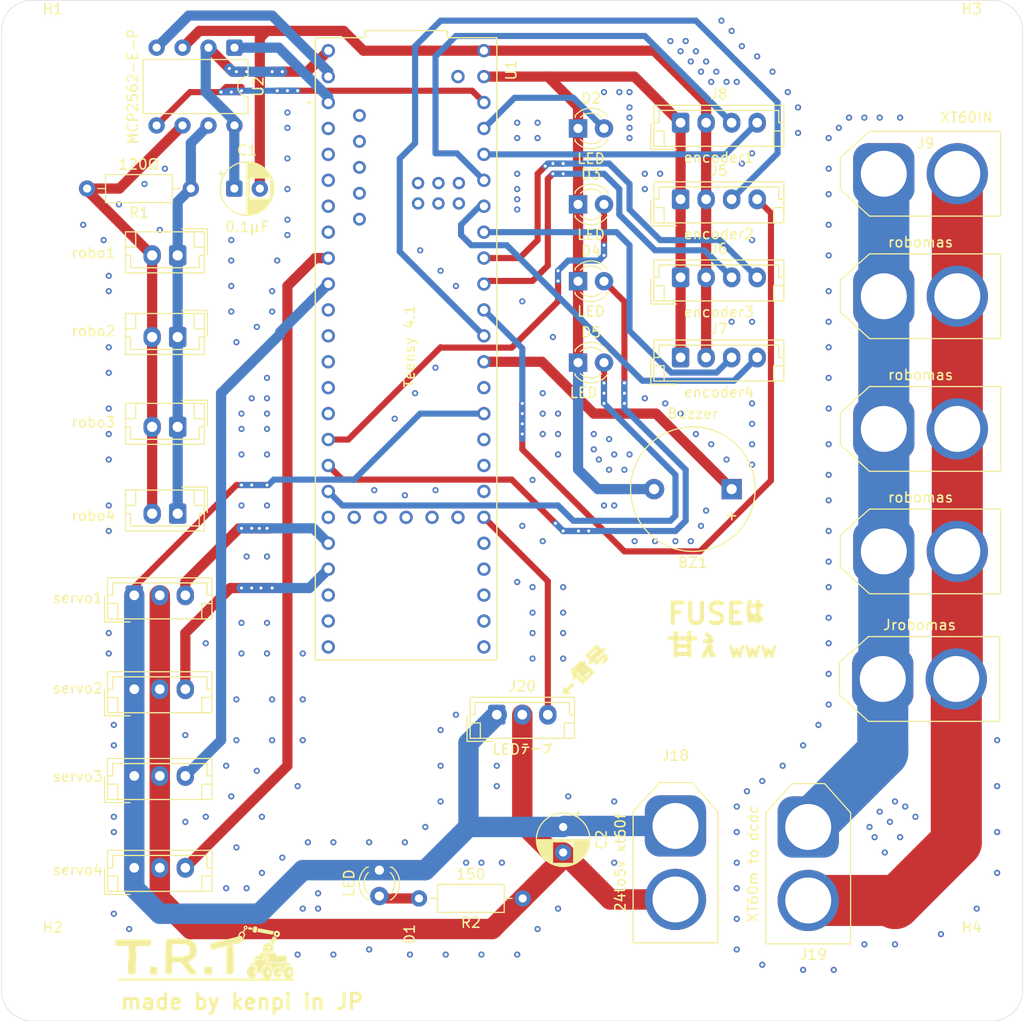
<source format=kicad_pcb>
(kicad_pcb (version 20241229) (generator "pcbnew") (generator_version "9.0")
  (layers (0 "F.Cu" signal) (2 "B.Cu" signal) (13 "F.Paste" user) (15 "B.Paste" user) (5 "F.SilkS" user "F.Silkscreen") (7 "B.SilkS" user "B.Silkscreen") (1 "F.Mask" user) (3 "B.Mask" user) (25 "Edge.Cuts" user))
  (net 0 "")
  (net 1 "-5V")
  (net 2 "Net-(BZ1-+)")
  (net 3 "Net-(J5-Pin_2)")
  (net 4 "+5V")
  (net 5 "Net-(D1-A)")
  (net 6 "Net-(D2-A)")
  (net 7 "Net-(D3-A)")
  (net 8 "Net-(D4-A)")
  (net 9 "Net-(D5-A)")
  (net 10 "Net-(J1-Pin_2)")
  (net 11 "Net-(J1-Pin_1)")
  (net 12 "Net-(J5-Pin_3)")
  (net 13 "Net-(J5-Pin_4)")
  (net 14 "Net-(J6-Pin_3)")
  (net 15 "Net-(J6-Pin_4)")
  (net 16 "Net-(J7-Pin_4)")
  (net 17 "Net-(J7-Pin_3)")
  (net 18 "Net-(J8-Pin_3)")
  (net 19 "Net-(J8-Pin_4)")
  (net 20 "+24V")
  (net 21 "Net-(J14-Pin_3)")
  (net 22 "Net-(J15-Pin_3)")
  (net 23 "Net-(J16-Pin_3)")
  (net 24 "Net-(J17-Pin_3)")
  (net 30 "3.3V")
  (net 33 "Net-(U1-TX1)")
  (net 55 "USB_GND")
  (net 58 "Net-(U1-RX1)")
  (net 61 "Net-(J10-Pin_1)")
  (net 63 "Net-(J20-Pin_3)")
  (footprint "Connector_JST:JST_EH_B2B-EH-A_1x02_P2.50mm_Vertical" (layer "F.Cu") (at 137.25 83 180)
    (property "Reference" "robo2")
    (property "Value" "Conn_01x02_Pin")
  )
  (footprint "Capacitor_THT:CP_Radial_D5.0mm_P2.50mm" (layer "F.Cu") (at 142.794888 68.45)
    (property "Reference" "C1")
    (property "Value" "0.1μF")
  )
  (footprint "LED_THT:LED_D3.0mm" (layer "F.Cu") (at 176.46 85.5)
    (property "Reference" "D5")
    (property "Value" "LED")
  )
  (footprint "Connector_AMASS:AMASS_XT60-M_1x02_P7.20mm_Vertical" (layer "F.Cu") (at 206.4 92)
    (property "Reference" "robomas")
    (property "Value" "XT30")
  )
  (footprint "Connector_JST:JST_EH_B3B-EH-A_1x03_P2.50mm_Vertical" (layer "F.Cu") (at 133 117.5)
    (property "Reference" "servo2")
    (property "Value" "XA")
  )
  (footprint "robomas_kibanyou:t.r.t_logo" (layer "F.Cu") (at 140 143.5)
    (property "Reference" "G***" (hide yes))
    (property "Value" "LOGO" (hide yes))
  )
  (footprint "Capacitor_THT:CP_Radial_D5.0mm_P2.50mm" (layer "F.Cu") (at 175 131 -90)
    (property "Reference" "C2")
    (property "Value" "C")
  )
  (footprint "Connector_JST:JST_EH_B3B-EH-A_1x03_P2.50mm_Vertical" (layer "F.Cu") (at 168.5 120)
    (property "Reference" "J20")
    (property "Value" "LEDテープ")
  )
  (footprint "Connector_JST:JST_EH_B2B-EH-A_1x02_P2.50mm_Vertical" (layer "F.Cu") (at 137.25 100.3 180)
    (property "Reference" "robo4")
    (property "Value" "Conn_01x02_Pin")
  )
  (footprint "Connector_AMASS:AMASS_XT60-F_1x02_P7.20mm_Vertical" (layer "F.Cu") (at 186 130.9 -90)
    (property "Reference" "J18")
    (property "Value" "24to5v xt60f")
  )
  (footprint "LED_THT:LED_D3.0mm" (layer "F.Cu") (at 176.46 70)
    (property "Reference" "D3")
    (property "Value" "LED")
  )
  (footprint "Connector_AMASS:AMASS_XT60-F_1x02_P7.20mm_Vertical" (layer "F.Cu") (at 206.4 67)
    (property "Reference" "J9")
    (property "Value" "XT60IN")
  )
  (footprint "LED_THT:LED_D3.0mm" (layer "F.Cu") (at 176.46 62.56)
    (property "Reference" "D2")
    (property "Value" "LED")
  )
  (footprint "LED_THT:LED_D3.0mm" (layer "F.Cu") (at 157 135.23 -90)
    (property "Reference" "D1")
    (property "Value" "LED")
  )
  (footprint "Connector_AMASS:AMASS_XT60-M_1x02_P7.20mm_Vertical" (layer "F.Cu") (at 206.4 104)
    (property "Reference" "robomas")
    (property "Value" "XT30")
  )
  (footprint "Resistor_THT:R_Axial_DIN0207_L6.3mm_D2.5mm_P10.16mm_Horizontal" (layer "F.Cu") (at 171.04 138 180)
    (property "Reference" "R2")
    (property "Value" "150")
  )
  (footprint "Connector_JST:JST_EH_B4B-EH-A_1x04_P2.50mm_Vertical" (layer "F.Cu") (at 186.5 62)
    (property "Reference" "J8")
    (property "Value" "encoder1")
  )
  (footprint "MountingHole:MountingHole_3.2mm_M3" (layer "F.Cu") (at 215 55)
    (property "Reference" "H3")
    (property "Value" "MountingHole")
  )
  (footprint "Connector_JST:JST_EH_B3B-EH-A_1x03_P2.50mm_Vertical" (layer "F.Cu") (at 133 135)
    (property "Reference" "servo4")
    (property "Value" "XA")
  )
  (footprint "Connector_AMASS:AMASS_XT60-M_1x02_P7.20mm_Vertical" (layer "F.Cu") (at 206.3 116.5)
    (property "Reference" "Jrobomas")
    (property "Value" "XT30")
  )
  (footprint "MountingHole:MountingHole_3.2mm_M3" (layer "F.Cu") (at 125 55)
    (property "Reference" "H1")
    (property "Value" "MountingHole")
  )
  (footprint "Connector_JST:JST_EH_B3B-EH-A_1x03_P2.50mm_Vertical" (layer "F.Cu") (at 133 108.3)
    (property "Reference" "servo1")
    (property "Value" "XA")
  )
  (footprint "Connector_JST:JST_EH_B2B-EH-A_1x02_P2.50mm_Vertical" (layer "F.Cu") (at 137.25 75 180)
    (property "Reference" "robo1")
    (property "Value" "Conn_01x02_Pin")
  )
  (footprint "MountingHole:MountingHole_3.2mm_M3" (layer "F.Cu") (at 125 145)
    (property "Reference" "H2")
    (property "Value" "MountingHole")
  )
  (footprint "Connector_JST:JST_EH_B4B-EH-A_1x04_P2.50mm_Vertical" (layer "F.Cu") (at 186.5 85)
    (property "Reference" "J7")
    (property "Value" "encoder4")
  )
  (footprint "MountingHole:MountingHole_3.2mm_M3" (layer "F.Cu") (at 215 145)
    (property "Reference" "H4")
    (property "Value" "MountingHole")
  )
  (footprint "Connector_AMASS:AMASS_XT60-M_1x02_P7.20mm_Vertical" (layer "F.Cu") (at 206.4 79)
    (property "Reference" "robomas")
    (property "Value" "XT30")
  )
  (footprint "Buzzer_Beeper:Buzzer_12x9.5RM7.6" (layer "F.Cu") (at 191.5 97.9 180)
    (property "Reference" "BZ1")
    (property "Value" "Buzzer")
  )
  (footprint "robomas_kibanyou:MODULE_DEV-16771" (layer "F.Cu") (at 159.62 84.15 -90)
    (property "Reference" "U1")
    (property "Value" "DEV-16771")
  )
  (footprint "Package_DIP:DIP-8_W7.62mm" (layer "F.Cu") (at 142.81 54.645 -90)
    (property "Reference" "U2")
    (property "Value" "MCP2562-E-P")
  )
  (footprint "Connector_JST:JST_EH_B4B-EH-A_1x04_P2.50mm_Vertical" (layer "F.Cu") (at 186.5 77.15)
    (property "Reference" "J6")
    (property "Value" "encoder3")
  )
  (footprint "Connector_JST:JST_EH_B2B-EH-A_1x02_P2.50mm_Vertical" (layer "F.Cu") (at 137.25 91.8 180)
    (property "Reference" "robo3")
    (property "Value" "Conn_01x02_Pin")
  )
  (footprint "LED_THT:LED_D3.0mm" (layer "F.Cu") (at 176.46 77.53)
    (property "Reference" "D4")
    (property "Value" "LED")
  )
  (footprint "Connector_JST:JST_EH_B4B-EH-A_1x04_P2.50mm_Vertical" (layer "F.Cu") (at 186.5 69.5)
    (property "Reference" "J5")
    (property "Value" "encoder2")
  )
  (footprint "Resistor_THT:R_Axial_DIN0207_L6.3mm_D2.5mm_P10.16mm_Horizontal" (layer "F.Cu") (at 138.54 68.45 180)
    (property "Reference" "R1")
    (property "Value" "120Ω")
  )
  (footprint "Connector_AMASS:AMASS_XT60-M_1x02_P7.20mm_Vertical" (layer "F.Cu") (at 199 131 -90)
    (property "Reference" "J19")
    (property "Value" "XT60m to dcdc")
  )
  (footprint "Connector_JST:JST_EH_B3B-EH-A_1x03_P2.50mm_Vertical" (layer "F.Cu") (at 133 126)
    (property "Reference" "servo3")
    (property "Value" "XA")
  )
  (gr_line (start 120 147) (end 120 53) (stroke (width 0.05)) (layer "Edge.Cuts"))
  (gr_arc (start 120 53) (mid 120.87868 50.87868) (end 123 50) (stroke (width 0.05)) (layer "Edge.Cuts"))
  (gr_arc (start 220 147) (mid 219.12132 149.12132) (end 217 150) (stroke (width 0.05)) (layer "Edge.Cuts"))
  (gr_arc (start 123 150) (mid 120.87868 149.12132) (end 120 147) (stroke (width 0.05)) (layer "Edge.Cuts"))
  (gr_arc (start 217 50) (mid 219.12132 50.87868) (end 220 53) (stroke (width 0.05)) (layer "Edge.Cuts"))
  (gr_line (start 217 150) (end 123 150) (stroke (width 0.05)) (layer "Edge.Cuts"))
  (gr_line (start 220 53) (end 220 147) (stroke (width 0.05)) (layer "Edge.Cuts"))
  (gr_line (start 123 50) (end 217 50) (stroke (width 0.05)) (layer "Edge.Cuts"))
  (gr_text "made by kenpi in JP" (at 131.5 149 0) (layer "F.SilkS") (effects (font (size 1.5 1.5) (thickness 0.3) (bold yes)) (justify left bottom)))
  (gr_text "\n←信号\n\n" (at 177 120.5 45) (layer "F.SilkS") (effects (font (size 1.5 1.5) (thickness 0.3) (bold yes)) (justify left bottom)))
  (gr_text "FUSEは\n甘え\n" (at 185 114.5 0) (layer "F.SilkS") (effects (font (size 2 2) (thickness 0.4) (bold yes)) (justify left bottom)))
  (gr_text "www\n" (at 191 114.5 0) (layer "F.SilkS") (effects (font (size 1.5 1.5) (thickness 0.3) (bold yes)) (justify left bottom)))
  (via (at 172 112) (size 0.6) (drill 0.3) (layers "F.Cu" "B.Cu") (net 0))
  (via (at 146 104.5) (size 0.6) (drill 0.3) (layers "F.Cu" "B.Cu") (net 0))
  (via (at 149.5 139) (size 0.6) (drill 0.3) (layers "F.Cu" "B.Cu") (net 0))
  (via (at 193 127.5) (size 0.6) (drill 0.3) (layers "F.Cu" "B.Cu") (net 0))
  (via (at 201 78.5) (size 0.6) (drill 0.3) (layers "F.Cu" "B.Cu") (net 0))
  (via (at 146.5 118.5) (size 0.6) (drill 0.3) (layers "F.Cu" "B.Cu") (net 0))
  (via (at 171 101.5) (size 0.6) (drill 0.3) (layers "F.Cu" "B.Cu") (net 0))
  (via (at 178 94) (size 0.6) (drill 0.3) (layers "F.Cu" "B.Cu") (net 0))
  (via (at 201 93.5) (size 0.6) (drill 0.3) (layers "F.Cu" "B.Cu") (net 0))
  (via (at 192 129) (size 0.6) (drill 0.3) (layers "F.Cu" "B.Cu") (net 0))
  (via (at 190 57) (size 0.6) (drill 0.3) (layers "F.Cu" "B.Cu") (net 0))
  (via (at 146.5 78.5) (size 0.6) (drill 0.3) (layers "F.Cu" "B.Cu") (net 0))
  (via (at 212 141.5) (size 0.6) (drill 0.3) (layers "F.Cu" "B.Cu") (net 0))
  (via (at 168.5 127) (size 0.6) (drill 0.3) (layers "F.Cu" "B.Cu") (net 0))
  (via (at 164.5 78) (size 0.6) (drill 0.3) (layers "F.Cu" "B.Cu") (net 0))
  (via (at 191.5 53) (size 0.6) (drill 0.3) (layers "F.Cu" "B.Cu") (net 0))
  (via (at 130.5 78.5) (size 0.6) (drill 0.3) (layers "F.Cu" "B.Cu") (net 0))
  (via (at 187.5 56) (size 0.6) (drill 0.3) (layers "F.Cu" "B.Cu") (net 0))
  (via (at 180 94.5) (size 0.6) (drill 0.3) (layers "F.Cu" "B.Cu") (net 0))
  (via (at 182 103) (size 0.6) (drill 0.3) (layers "F.Cu" "B.Cu") (net 0))
  (via (at 175 112) (size 0.6) (drill 0.3) (layers "F.Cu" "B.Cu") (net 0))
  (via (at 132.5 141) (size 0.6) (drill 0.3) (layers "F.Cu" "B.Cu") (net 0))
  (via (at 148 62.5) (size 0.6) (drill 0.3) (layers "F.Cu" "B.Cu") (net 0))
  (via (at 201 75) (size 0.6) (drill 0.3) (layers "F.Cu" "B.Cu") (net 0))
  (via (at 188.5 101.5) (size 0.6) (drill 0.3) (layers "F.Cu" "B.Cu") (net 0))
  (via (at 198.5 123) (size 0.6) (drill 0.3) (layers "F.Cu" "B.Cu") (net 0))
  (via (at 206.5 133.5) (size 0.6) (drill 0.3) (layers "F.Cu" "B.Cu") (net 0))
  (via (at 178.5 95) (size 0.6) (drill 0.3) (layers "F.Cu" "B.Cu") (net 0))
  (via (at 201 107.5) (size 0.6) (drill 0.3) (layers "F.Cu" "B.Cu") (net 0))
  (via (at 215.5 139) (size 0.6) (drill 0.3) (layers "F.Cu" "B.Cu") (net 0))
  (via (at 142.5 128) (size 0.6) (drill 0.3) (layers "F.Cu" "B.Cu") (net 0))
  (via (at 201 105) (size 0.6) (drill 0.3) (layers "F.Cu" "B.Cu") (net 0))
  (via (at 193.5 89.5) (size 0.6) (drill 0.3) (layers "F.Cu" "B.Cu") (net 0))
  (via (at 204.5 142.5) (size 0.6) (drill 0.3) (layers "F.Cu" "B.Cu") (net 0))
  (via (at 204.5 61.5) (size 0.6) (drill 0.3) (layers "F.Cu" "B.Cu") (net 0))
  (via (at 187.5 103) (size 0.6) (drill 0.3) (layers "F.Cu" "B.Cu") (net 0))
  (via (at 161.5 131) (size 0.6) (drill 0.3) (layers "F.Cu" "B.Cu") (net 0))
  (via (at 209.5 130) (size 0.6) (drill 0.3) (layers "F.Cu" "B.Cu") (net 0))
  (via (at 142 137) (size 0.6) (drill 0.3) (layers "F.Cu" "B.Cu") (net 0))
  (via (at 170.5 69.5) (size 0.6) (drill 0.3) (layers "F.Cu" "B.Cu") (net 0))
  (via (at 148 61) (size 0.6) (drill 0.3) (layers "F.Cu" "B.Cu") (net 0))
  (via (at 149 143.5) (size 0.6) (drill 0.3) (layers "F.Cu" "B.Cu") (net 0))
  (via (at 178 92.5) (size 0.6) (drill 0.3) (layers "F.Cu" "B.Cu") (net 0))
  (via (at 180 99.5) (size 0.6) (drill 0.3) (layers "F.Cu" "B.Cu") (net 0))
  (via (at 131 121) (size 0.6) (drill 0.3) (layers "F.Cu" "B.Cu") (net 0))
  (via (at 134 68) (size 0.6) (drill 0.3) (layers "F.Cu" "B.Cu") (net 0))
  (via (at 208 132) (size 0.6) (drill 0.3) (layers "F.Cu" "B.Cu") (net 0))
  (via (at 146.5 122.5) (size 0.6) (drill 0.3) (layers "F.Cu" "B.Cu") (net 0))
  (via (at 147.5 134) (size 0.6) (drill 0.3) (layers "F.Cu" "B.Cu") (net 0))
  (via (at 194.5 126.5) (size 0.6) (drill 0.3) (layers "F.Cu" "B.Cu") (net 0))
  (via (at 170.5 70.5) (size 0.6) (drill 0.3) (layers "F.Cu" "B.Cu") (net 0))
  (via (at 198.5 145) (size 0.6) (drill 0.3) (layers "F.Cu" "B.Cu") (net 0))
  (via (at 146 87) (size 0.6) (drill 0.3) (layers "F.Cu" "B.Cu") (net 0))
  (via (at 149.5 122.5) (size 0.6) (drill 0.3) (layers "F.Cu" "B.Cu") (net 0))
  (via (at 201 119) (size 0.6) (drill 0.3) (layers "F.Cu" "B.Cu") (net 0))
  (via (at 181.5 63.5) (size 0.6) (drill 0.3) (layers "F.Cu" "B.Cu") (net 0))
  (via (at 159.5 132.5) (size 0.6) (drill 0.3) (layers "F.Cu" "B.Cu") (net 0))
  (via (at 186.5 55) (size 0.6) (drill 0.3) (layers "F.Cu" "B.Cu") (net 0))
  (via (at 191 58) (size 0.6) (drill 0.3) (layers "F.Cu" "B.Cu") (net 0))
  (via (at 146 89) (size 0.6) (drill 0.3) (layers "F.Cu" "B.Cu") (net 0))
  (via (at 143.5 90.5) (size 0.6) (drill 0.3) (layers "F.Cu" "B.Cu") (net 0))
  (via (at 152.5 132.5) (size 0.6) (drill 0.3) (layers "F.Cu" "B.Cu") (net 0))
  (via (at 130.5 77) (size 0.6) (drill 0.3) (layers "F.Cu" "B.Cu") (net 0))
  (via (at 173 92.5) (size 0.6) (drill 0.3) (layers "F.Cu" "B.Cu") (net 0))
  (via (at 207.5 128.5) (size 0.6) (drill 0.3) (layers "F.Cu" "B.Cu") (net 0))
  (via (at 207 130.5) (size 0.6) (drill 0.3) (layers "F.Cu" "B.Cu") (net 0))
  (via (at 201 90) (size 0.6) (drill 0.3) (layers "F.Cu" "B.Cu") (net 0))
  (via (at 192 137) (size 0.6) (drill 0.3) (layers "F.Cu" "B.Cu") (net 0))
  (via (at 146 111) (size 0.6) (drill 0.3) (layers "F.Cu" "B.Cu") (net 0))
  (via (at 172 110) (size 0.6) (drill 0.3) (layers "F.Cu" "B.Cu") (net 0))
  (via (at 201 81.5) (size 0.6) (drill 0.3) (layers "F.Cu" "B.Cu") (net 0))
  (via (at 174 83) (size 0.6) (drill 0.3) (layers "F.Cu" "B.Cu") (net 0))
  (via (at 143 83.5) (size 0.6) (drill 0.3) (layers "F.Cu" "B.Cu") (net 0))
  (via (at 168.5 125) (size 0.6) (drill 0.3) (layers "F.Cu" "B.Cu") (net 0))
  (via (at 131 139.5) (size 0.6) (drill 0.3) (layers "F.Cu" "B.Cu") (net 0))
  (via (at 164.5 120) (size 0.6) (drill 0.3) (layers "F.Cu" "B.Cu") (net 0))
  (via (at 145.5 130) (size 0.6) (drill 0.3) (layers "F.Cu" "B.Cu") (net 0))
  (via (at 197 59) (size 0.6) (drill 0.3) (layers "F.Cu" "B.Cu") (net 0))
  (via (at 142.5 75.5) (size 0.6) (drill 0.3) (layers "F.Cu" "B.Cu") (net 0))
  (via (at 189 56) (size 0.6) (drill 0.3) (layers "F.Cu" "B.Cu") (net 0))
  (via (at 181 96) (size 0.6) (drill 0.3) (layers "F.Cu" "B.Cu") (net 0))
  (via (at 148 68.5) (size 0.6) (drill 0.3) (layers "F.Cu" "B.Cu") (net 0))
  (via (at 163 76.5) (size 0.6) (drill 0.3) (layers "F.Cu" "B.Cu") (net 0))
  (via (at 201 63.5) (size 0.6) (drill 0.3) (layers "F.Cu" "B.Cu") (net 0))
  (via (at 175 107.5) (size 0.6) (drill 0.3) (layers "F.Cu" "B.Cu") (net 0))
  (via (at 142 125) (size 0.6) (drill 0.3) (layers "F.Cu" "B.Cu") (net 0))
  (via (at 192.5 54.5) (size 0.6) (drill 0.3) (layers "F.Cu" "B.Cu") (net 0))
  (via (at 131.5 70) (size 0.6) (drill 0.3) (layers "F.Cu" "B.Cu") (net 0))
  (via (at 151 139) (size 0.6) (drill 0.3) (layers "F.Cu" "B.Cu") (net 0))
  (via (at 172 114.5) (size 0.6) (drill 0.3) (layers "F.Cu" "B.Cu") (net 0))
  (via (at 162.5 98) (size 0.6) (drill 0.3) (layers "F.Cu" "B.Cu") (net 0))
  (via (at 142.5 80.5) (size 0.6) (drill 0.3) (layers "F.Cu" "B.Cu") (net 0))
  (via (at 156 132.5) (size 0.6) (drill 0.3) (layers "F.Cu" "B.Cu") (net 0))
  (via (at 217.5 131.5) (size 0.6) (drill 0.3) (layers "F.Cu" "B.Cu") (net 0))
  (via (at 186.5 90.5) (size 0.6) (drill 0.3) (layers "F.Cu" "B.Cu") (net 0))
  (via (at 185.5 54) (size 0.6) (drill 0.3) (layers "F.Cu" "B.Cu") (net 0))
  (via (at 130.5 86.5) (size 0.6) (drill 0.3) (layers "F.Cu" "B.Cu") (net 0))
  (via (at 181.5 62.5) (size 0.6) (drill 0.3) (layers "F.Cu" "B.Cu") (net 0))
  (via (at 193.5 65) (size 0.6) (drill 0.3) (layers "F.Cu" "B.Cu") (net 0))
  (via (at 185 89.5) (size 0.6) (drill 0.3) (layers "F.Cu" "B.Cu") (net 0))
  (via (at 174.5 94.5) (size 0.6) (drill 0.3) (layers "F.Cu" "B.Cu") (net 0))
  (via (at 131 130) (size 0.6) (drill 0.3) (layers "F.Cu" "B.Cu") (net 0))
  (via (at 131 123) (size 0.6) (drill 0.3) (layers "F.Cu" "B.Cu") (net 0))
  (via (at 148 73) (size 0.6) (drill 0.3) (layers "F.Cu" "B.Cu") (net 0))
  (via (at 171 79.5) (size 0.6) (drill 0.3) (layers "F.Cu" "B.Cu") (net 0))
  (via (at 181.5 59) (size 0.6) (drill 0.3) (layers "F.Cu" "B.Cu") (net 0))
  (via (at 217.5 135.5) (size 0.6) (drill 0.3) (layers "F.Cu" "B.Cu") (net 0))
  (via (at 170.5 68.5) (size 0.6) (drill 0.3) (layers "F.Cu" "B.Cu") (net 0))
  (via (at 138 122) (size 0.6) (drill 0.3) (layers "F.Cu" "B.Cu") (net 0))
  (via (at 201 72) (size 0.6) (drill 0.3) (layers "F.Cu" "B.Cu") (net 0))
  (via (at 193.5 95.5) (size 0.6) (drill 0.3) (layers "F.Cu" "B.Cu") (net 0))
  (via (at 191.5 81.5) (size 0.6) (drill 0.3) (layers "F.Cu" "B.Cu") (net 0))
  (via (at 167 143.5) (size 0.6) (drill 0.3) (layers "F.Cu" "B.Cu") (net 0))
  (via (at 189.5 58) (size 0.6) (drill 0.3) (layers "F.Cu" "B.Cu") (net 0))
  (via (at 143.5 114) (size 0.6) (drill 0.3) (layers "F.Cu" "B.Cu") (net 0))
  (via (at 130 73.5) (size 0.6) (drill 0.3) (layers "F.Cu" "B.Cu") (net 0))
  (via (at 130.5 84) (size 0.6) (drill 0.3) (layers "F.Cu" "B.Cu") (net 0))
  (via (at 149.5 114) (size 0.6) (drill 0.3) (layers "F.Cu" "B.Cu") (net 0))
  (via (at 148 65.5) (size 0.6) (drill 0.3) (layers "F.Cu" "B.Cu") (net 0))
  (via (at 192 134.5) (size 0.6) (drill 0.3) (layers "F.Cu" "B.Cu") (net 0))
  (via (at 172.5 62) (size 0.6) (drill 0.3) (layers "F.Cu" "B.Cu") (net 0))
  (via (at 181.5 60.5) (size 0.6) (drill 0.3) (layers "F.Cu" "B.Cu") (net 0))
  (via (at 187 54) (size 0.6) (drill 0.3) (layers "F.Cu" "B.Cu") (net 0))
  (via (at 206 129.5) (size 0.6) (drill 0.3) (layers "F.Cu" "B.Cu") (net 0))
  (via (at 193.5 91.5) (size 0.6) (drill 0.3) (layers "F.Cu" "B.Cu") (net 0))
  (via (at 190.5 52) (size 0.6) (drill 0.3) (layers "F.Cu" "B.Cu") (net 0))
  (via (at 201 69) (size 0.6) (drill 0.3) (layers "F.Cu" "B.Cu") (net 0))
  (via (at 196.5 125) (size 0.6) (drill 0.3) (layers "F.Cu" "B.Cu") (net 0))
  (via (at 144 137) (size 0.6) (drill 0.3) (layers "F.Cu" "B.Cu") (net 0))
  (via (at 194 55.5) (size 0.6) (drill 0.3) (layers "F.Cu" "B.Cu") (net 0))
  (via (at 172.5 141) (size 0.6) (drill 0.3) (layers "F.Cu" "B.Cu") (net 0))
  (via (at 143 118.5) (size 0.6) (drill 0.3) (layers "F.Cu" "B.Cu") (net 0))
  (via (at 193.5 81.5) (size 0.6) (drill 0.3) (layers "F.Cu" "B.Cu") (net 0))
  (via (at 201 110.5) (size 0.6) (drill 0.3) (layers "F.Cu" "B.Cu") (net 0))
  (via (at 131 131.5) (size 0.6) (drill 0.3) (layers "F.Cu" "B.Cu") (net 0))
  (via (at 202 62.5) (size 0.6) (drill 0.3) (layers "F.Cu" "B.Cu") (net 0))
  (via (at 201 99) (size 0.6) (drill 0.3) (layers "F.Cu" "B.Cu") (net 0))
  (via (at 146 92) (size 0.6) (drill 0.3) (layers "F.Cu" "B.Cu") (net 0))
  (via (at 183 89) (size 0.6) (drill 0.3) (layers "F.Cu" "B.Cu") (net 0))
  (via (at 173 88.5) (size 0.6) (drill 0.3) (layers "F.Cu" "B.Cu") (net 0))
  (via (at 170.5 67) (size 0.6) (drill 0.3) (layers "F.Cu" "B.Cu") (net 0))
  (via (at 170.5 107) (size 0.6) (drill 0.3) (layers "F.Cu" "B.Cu") (net 0))
  (via (at 173 90.5) (size 0.6) (drill 0.3) (layers "F.Cu" "B.Cu") (net 0))
  (via (at 201 66.5) (size 0.6) (drill 0.3) (layers "F.Cu" "B.Cu") (net 0))
  (via (at 170.5 143.5) (size 0.6) (drill 0.3) (layers "F.Cu" "B.Cu") (net 0))
  (via (at 146 90.5) (size 0.6) (drill 0.3) (layers "F.Cu" "B.Cu") (net 0))
  (via (at 147 75.5) (size 0.6) (drill 0.3) (layers "F.Cu" "B.Cu") (net 0))
  (via (at 201 87) (size 0.6) (drill 0.3) (layers "F.Cu" "B.Cu") (net 0))
  (via (at 192.5 66) (size 0.6) (drill 0.3) (layers "F.Cu" "B.Cu") (net 0))
  (via (at 143.5 111) (size 0.6) (drill 0.3) (layers "F.Cu" "B.Cu") (net 0))
  (via (at 151 137.5) (size 0.6) (drill 0.3) (layers "F.Cu" "B.Cu") (net 0))
  (via (at 163 125) (size 0.6) (drill 0.3) (layers "F.Cu" "B.Cu") (net 0))
  (via (at 173 103) (size 0.6) (drill 0.3) (layers "F.Cu" "B.Cu") (net 0))
  (via (at 206 61.5) (size 0.6) (drill 0.3) (layers "F.Cu" "B.Cu") (net 0))
  (via (at 167 134.5) (size 0.6) (drill 0.3) (layers "F.Cu" "B.Cu") (net 0))
  (via (at 145 82) (size 0.6) (drill 0.3) (layers "F.Cu" "B.Cu") (net 0))
  (via (at 143 133) (size 0.6) (drill 0.3) (layers "F.Cu" "B.Cu") (net 0))
  (via (at 170.5 62) (size 0.6) (drill 0.3) (layers "F.Cu" "B.Cu") (net 0))
  (via (at 136 66.5) (size 0.6) (drill 0.3) (layers "F.Cu" "B.Cu") (net 0))
  (via (at 201 102) (size 0.6) (drill 0.3) (layers "F.Cu" "B.Cu") (net 0))
  (via (at 183 67) (size 0.6) (drill 0.3) (layers "F.Cu" "B.Cu") (net 0))
  (via (at 130.5 90) (size 0.6) (drill 0.3) (layers "F.Cu" "B.Cu") (net 0))
  (via (at 175 110) (size 0.6) (drill 0.3) (layers "F.Cu" "B.Cu") (net 0))
  (via (at 205 131) (size 0.6) (drill 0.3) (layers "F.Cu" "B.Cu") (net 0))
  (via (at 201.5 145) (size 0.6) (drill 0.3) (layers "F.Cu" "B.Cu") (net 0))
  (via (at 156.5 98) (size 0.6) (drill 0.3) (layers "F.Cu" "B.Cu") (net 0))
  (via (at 188.5 57) (size 0.6) (drill 0.3) (layers "F.Cu" "B.Cu") (net 0))
  (via (at 144.5 89) (size 0.6) (drill 0.3) (layers "F.Cu" "B.Cu") (net 0))
  (via (at 161 74.5) (size 0.6) (drill 0.3) (layers "F.Cu" "B.Cu") (net 0))
  (via (at 201 84) (size 0.6) (drill 0.3) (layers "F.Cu" "B.Cu") (net 0))
  (via (at 179 59) (size 0.6) (drill 0.3) (layers "F.Cu" "B.Cu") (net 0))
  (via (at 143.5 99.5) (size 0.6) (drill 0.3) (layers "F.Cu" "B.Cu") (net 0))
  (via (at 163.5 143.5) (size 0.6) (drill 0.3) (layers "F.Cu" "B.Cu") (net 0))
  (via (at 130.5 95) (size 0.6) (drill 0.3) (layers "F.Cu" "B.Cu") (net 0))
  (via (at 130.5 99.5) (size 0.6) (drill 0.3) (layers "F.Cu" "B.Cu") (net 0))
  (via (at 201 96.5) (size 0.6) (drill 0.3) (layers "F.Cu" "B.Cu") (net 0))
  (via (at 208.5 129) (size 0.6) (drill 0.3) (layers "F.Cu" "B.Cu") (net 0))
  (via (at 138 130.5) (size 0.6) (drill 0.3) (layers "F.Cu" "B.Cu") (net 0))
  (via (at 174.5 139) (size 0.6) (drill 0.3) (layers "F.Cu" "B.Cu") (net 0))
  (via (at 172.5 63.5) (size 0.6) (drill 0.3) (layers "F.Cu" "B.Cu") (net 0))
  (via (at 143.5 94.5) (size 0.6) (drill 0.3) (layers "F.Cu" "B.Cu") (net 0))
  (via (at 160.5 88.5) (size 0.6) (drill 0.3) (layers "F.Cu" "B.Cu") (net 0))
  (via (at 217.5 122.5) (size 0.6) (drill 0.3) (layers "F.Cu" "B.Cu") (net 0))
  (via (at 158.5 91) (size 0.6) (drill 0.3) (layers "F.Cu" "B.Cu") (net 0))
  (via (at 192 140) (size 0.6) (drill 0.3) (layers "F.Cu" "B.Cu") (net 0))
  (via (at 170.5 63.5) (size 0.6) (drill 0.3) (layers "F.Cu" "B.Cu") (net 0))
  (via (at 172 107.5) (size 0.6) (drill 0.3) (layers "F.Cu" "B.Cu") (net 0))
  (via (at 208 61.5) (size 0.6) (drill 0.3) (layers "F.Cu" "B.Cu") (net 0))
  (via (at 143 122.5) (size 0.6) (drill 0.3) (layers "F.Cu" "B.Cu") (net 0))
  (via (at 194.5 144.5) (size 0.6) (drill 0.3) (layers "F.Cu" "B.Cu") (net 0))
  (via (at 180 134.5) (size 0.6) (drill 0.3) (layers "F.Cu" "B.Cu") (net 0))
  (via (at 149 127) (size 0.6) (drill 0.3) (layers "F.Cu" "B.Cu") (net 0))
  (via (at 144 104.5) (size 0.6) (drill 0.3) (layers "F.Cu" "B.Cu") (net 0))
  (via (at 217.5 127) (size 0.6) (drill 0.3) (layers "F.Cu" "B.Cu") (net 0))
  (via (at 128 72) (size 0.6) (drill 0.3) (layers "F.Cu" "B.Cu") (net 0))
  (via (at 165.5 134.5) (size 0.6) (drill 0.3) (layers "F.Cu" "B.Cu") (net 0))
  (via (at 172 97) (size 0.6) (drill 0.3) (layers "F.Cu" "B.Cu") (net 0))
  (via (at 191 95) (size 0.6) (drill 0.3) (layers "F.Cu" "B.Cu") (net 0))
  (via (at 179.5 93) (size 0.6) (drill 0.3) (layers "F.Cu" "B.Cu") (net 0))
  (via (at 159.5 98.5) (size 0.6) (drill 0.3) (layers "F.Cu" "B.Cu") (net 0))
  (via (at 140 113) (size 0.6) (drill 0.3) (layers "F.Cu" "B.Cu") (net 0))
  (via (at 180.5 59) (size 0.6) (drill 0.3) (layers "F.Cu" "B.Cu") (net 0))
  (via (at 186 103) (size 0.6) (drill 0.3) (layers "F.Cu" "B.Cu") (net 0))
  (via (at 135.5 72.5) (size 0.6) (drill 0.3) (layers "F.Cu" "B.Cu") (net 0))
  (via (at 130.5 114) (size 0.6) (drill 0.3) (layers "F.Cu" "B.Cu") (net 0))
  (via (at 188 92.5) (size 0.6) (drill 0.3) (layers "F.Cu" "B.Cu") (net 0))
  (via (at 143.5 92) (size 0.6) (drill 0.3) (layers "F.Cu" "B.Cu") (net 0))
  (via (at 203 61.5) (size 0.6) (drill 0.3) (layers "F.Cu" "B.Cu") (net 0))
  (via (at 146 99.5) (size 0.6) (drill 0.3) (layers "F.Cu" "B.Cu") (net 0))
  (via (at 193.5 73.5) (size 0.6) (drill 0.3) (layers "F.Cu" "B.Cu") (net 0))
  (via (at 145.5 135.5) (size 0.6) (drill 0.3) (layers "F.Cu" "B.Cu") (net 0))
  (via (at 189 100) (size 0.6) (drill 0.3) (layers "F.Cu" "B.Cu") (net 0))
  (via (at 181.5 61.5) (size 0.6) (drill 0.3) (layers "F.Cu" "B.Cu") (net 0))
  (via (at 163 121.5) (size 0.6) (drill 0.3) (layers "F.Cu" "B.Cu") (net 0))
  (via (at 169 134.5) (size 0.6) (drill 0.3) (layers "F.Cu" "B.Cu") (net 0))
  (via (at 163 128.5) (size 0.6) (drill 0.3) (layers "F.Cu" "B.Cu") (net 0))
  (via (at 150 132.5) (size 0.6) (drill 0.3) (layers "F.Cu" "B.Cu") (net 0))
  (via (at 179 99.5) (size 0.6) (drill 0.3) (layers "F.Cu" "B.Cu") (net 0))
  (via (at 184.5 67) (size 0.6) (drill 0.3) (layers "F.Cu" "B.Cu") (net 0))
  (via (at 148 71.5) (size 0.6) (drill 0.3) (layers "F.Cu" "B.Cu") (net 0))
  (via (at 192 131.5) (size 0.6) (drill 0.3) (layers "F.Cu" "B.Cu") (net 0))
  (via (at 130.5 92.5) (size 0.6) (drill 0.3) (layers "F.Cu" "B.Cu") (net 0))
  (via (at 201 113) (size 0.6) (drill 0.3) (layers "F.Cu" "B.Cu") (net 0))
  (via (at 175 114.5) (size 0.6) (drill 0.3) (layers "F.Cu" "B.Cu") (net 0))
  (via (at 142.5 73.5) (size 0.6) (drill 0.3) (layers "F.Cu" "B.Cu") (net 0))
  (via (at 146.5 80.5) (size 0.6) (drill 0.3) (layers "F.Cu" "B.Cu") (net 0))
  (via (at 145 125.5) (size 0.6) (drill 0.3) (layers "F.Cu" "B.Cu") (net 0))
  (via (at 192 143) (size 0.6) (drill 0.3) (layers "F.Cu" "B.Cu") (net 0))
  (via (at 183 68.5) (size 0.6) (drill 0.3) (layers "F.Cu" "B.Cu") (net 0))
  (via (at 174.5 90.5) (size 0.6) (drill 0.3) (layers "F.Cu" "B.Cu") (net 0))
  (via (at 200 121) (size 0.6) (drill 0.3) (layers "F.Cu" "B.Cu") (net 0))
  (via (at 152.5 143.5) (size 0.6) (drill 0.3) (layers "F.Cu" "B.Cu") (net 0))
  (via (at 175.5 128) (size 0.6) (drill 0.3) (layers "F.Cu" "B.Cu") (net 0))
  (via (at 179.5 96) (size 0.6) (drill 0.3) (layers "F.Cu" "B.Cu") (net 0))
  (via (at 130.5 112) (size 0.6) (drill 0.3) (layers "F.Cu" "B.Cu") (net 0))
  (via (at 205.5 132) (size 0.6) (drill 0.3) (layers "F.Cu" "B.Cu") (net 0))
  (via (at 192 58) (size 0.6) (drill 0.3) (layers "F.Cu" "B.Cu") (net 0))
  (via (at 146 94.5) (size 0.6) (drill 0.3) (layers "F.Cu" "B.Cu") (net 0))
  (via (at 198 63) (size 0.6) (drill 0.3) (layers "F.Cu" "B.Cu") (net 0))
  (via (at 198 60.5) (size 0.6) (drill 0.3) (layers "F.Cu" "B.Cu") (net 0))
  (via (at 188 55) (size 0.6) (drill 0.3) (layers "F.Cu" "B.Cu") (net 0))
  (via (at 174.5 92.5) (size 0.6) (drill 0.3) (layers "F.Cu" "B.Cu") (net 0))
  (via (at 181.5 94.5) (size 0.6) (drill 0.3) (layers "F.Cu" "B.Cu") (net 0))
  (via (at 130.5 102) (size 0.6) (drill 0.3) (layers "F.Cu" "B.Cu") (net 0))
  (via (at 142.5 78) (size 0.6) (drill 0.3) (layers "F.Cu" "B.Cu") (net 0))
  (via (at 207.5 142.5) (size 0.6) (drill 0.3) (layers "F.Cu" "B.Cu") (net 0))
  (via (at 162.5 86) (size 0.6) (drill 0.3) (layers "F.Cu" "B.Cu") (net 0))
  (via (at 195.5 57) (size 0.6) (drill 0.3) (layers "F.Cu" "B.Cu") (net 0))
  (via (at 140 130) (size 0.6) (drill 0.3) (layers "F.Cu" "B.Cu") (net 0))
  (via (at 193.5 93.5) (size 0.6) (drill 0.3) (layers "F.Cu" "B.Cu") (net 0))
  (via (at 156 143) (size 0.6) (drill 0.3) (layers "F.Cu" "B.Cu") (net 0))
  (via (at 146 114) (size 0.6) (drill 0.3) (layers "F.Cu" "B.Cu") (net 0))
  (via (at 189.5 93.5) (size 0.6) (drill 0.3) (layers "F.Cu" "B.Cu") (net 0))
  (via (at 184 103) (size 0.6) (drill 0.3) (layers "F.Cu" "B.Cu") (net 0))
  (via (at 160 143.5) (size 0.6) (drill 0.3) (layers "F.Cu" "B.Cu") (net 0))
  (via (at 149.5 118.5) (size 0.6) (drill 0.3) (layers "F.Cu" "B.Cu") (net 0))
  (via (at 201 116) (size 0.6) (drill 0.3) (layers "F.Cu" "B.Cu") (net 0))
  (via (at 180 128.5) (size 0.6) (drill 0.3) (layers "F.Cu" "B.Cu") (net 0))
  (segment (start 176.46 62.56) (end 176.46 60.44) (width 1) (layer "F.Cu") (net 1))
  (segment (start 181.98 57.48) (end 173.5 57.48) (width 1) (layer "F.Cu") (net 1))
  (segment (start 143 97.5) (end 133 107.5) (width 0.6) (layer "F.Cu") (net 1))
  (segment (start 152 54.94) (end 149.94 57) (width 1) (layer "F.Cu") (net 1))
  (segment (start 133 107.5) (end 133 108.3) (width 0.6) (layer "F.Cu") (net 1))
  (segment (start 149.94 57) (end 147.5 57) (width 1) (layer "F.Cu") (net 1))
  (segment (start 176.46 85.5) (end 176.46 62.56) (width 1) (layer "F.Cu") (net 1))
  (segment (start 146 97.5) (end 143 97.5) (width 0.6) (layer "F.Cu") (net 1))
  (segment (start 186.5 62) (end 186.5 85) (width 1) (layer "F.Cu") (net 1))
  (segment (start 142.625 57) (end 143 57) (width 1) (layer "F.Cu") (net 1))
  (segment (start 147.5 57) (end 146.5 57) (width 1) (layer "F.Cu") (net 1))
  (segment (start 173.5 57.48) (end 167.24 57.48) (width 1) (layer "F.Cu") (net 1))
  (segment (start 140.27 54.645) (end 142.3125 56.6875) (width 1) (layer "F.Cu") (net 1))
  (segment (start 176.46 60.44) (end 173.5 57.48) (width 1) (layer "F.Cu") (net 1))
  (segment (start 142.3125 56.6875) (end 142.625 57) (width 1) (layer "F.Cu") (net 1))
  (segment (start 143 57) (end 144 57) (width 1) (layer "F.Cu") (net 1))
  (segment (start 186.5 62) (end 181.98 57.48) (width 1) (layer "F.Cu") (net 1))
  (via (at 144.5 97.5) (size 0.6) (drill 0.3) (layers "F.Cu" "B.Cu") (net 1))
  (via (at 147.5 57) (size 0.6) (drill 0.3) (layers "F.Cu" "B.Cu") (net 1))
  (via (at 146.5 57) (size 0.6) (drill 0.3) (layers "F.Cu" "B.Cu") (net 1))
  (via (at 142.3125 56.6875) (size 0.6) (drill 0.3) (layers "F.Cu" "B.Cu") (net 1))
  (via (at 143.5 97.5) (size 0.6) (drill 0.3) (layers "F.Cu" "B.Cu") (net 1))
  (via (at 146 97.5) (size 0.6) (drill 0.3) (layers "F.Cu" "B.Cu") (net 1))
  (via (at 147.5 57) (size 0.6) (drill 0.3) (layers "F.Cu" "B.Cu") (net 1))
  (via (at 143 57) (size 0.6) (drill 0.3) (layers "F.Cu" "B.Cu") (net 1))
  (via (at 144 57) (size 0.6) (drill 0.3) (layers "F.Cu" "B.Cu") (net 1))
  (segment (start 154.5 97) (end 154.465 96.965) (width 0.6) (layer "B.Cu") (net 1))
  (segment (start 165.73 122.77) (end 168.5 120) (width 2) (layer "B.Cu") (net 1))
  (segment (start 146.667786 96.965) (end 146.132786 97.5) (width 0.6) (layer "B.Cu") (net 1))
  (segment (start 133 126.825) (end 133 125.85) (width 2) (layer "B.Cu") (net 1))
  (segment (start 186 130.9) (end 175.1 130.9) (width 2) (layer "B.Cu") (net 1))
  (segment (start 167.24 90.5) (end 161 90.5) (width 0.6) (layer "B.Cu") (net 1))
  (segment (start 133 108.3) (end 133 125.85) (width 2) (layer "B.Cu") (net 1))
  (segment (start 145.235 139.5) (end 135.5 139.5) (width 2) (layer "B.Cu") (net 1))
  (segment (start 140 54.915) (end 140.27 54.645) (width 1) (layer "B.Cu") (net 1))
  (segment (start 161.5 135.23) (end 165.73 131) (width 2) (layer "B.Cu") (net 1))
  (segment (start 135.5 139.5) (end 133 137) (width 2) (layer "B.Cu") (net 1))
  (segment (start 140 59) (end 140 54.915) (width 1) (layer "B.Cu") (net 1))
  (segment (start 142.81 62.265) (end 142.81 61.81) (width 1) (layer "B.Cu") (net 1))
  (segment (start 142.3125 56.6875) (end 142.625 57) (width 1) (layer "B.Cu") (net 1))
  (segment (start 145.5 97.5) (end 144.5 97.5) (width 0.6) (layer "B.Cu") (net 1))
  (segment (start 142.794888 62.280112) (end 142.81 62.265) (width 1) (layer "B.Cu") (net 1))
  (segment (start 142.625 57) (end 147.5 57) (width 1) (layer "B.Cu") (net 1))
  (segment (start 149.505 135.23) (end 145.235 139.5) (width 2) (layer "B.Cu") (net 1))
  (segment (start 165.73 131) (end 165.73 122.77) (width 2) (layer "B.Cu") (net 1))
  (segment (start 146 97.5) (end 145.5 97.5) (width 0.6) (layer "B.Cu") (net 1))
  (segment (start 142.81 61.81) (end 140 59) (width 1) (layer "B.Cu") (net 1))
  (segment (start 178.4 97.9) (end 176.46 95.96) (width 1) (layer "B.Cu") (net 1))
  (segment (start 161.5 135.23) (end 149.505 135.23) (width 2) (layer "B.Cu") (net 1))
  (segment (start 176.46 62.56) (end 176.06 62.56) (width 1) (layer "B.Cu") (net 1))
  (segment (start 144.5 97.5) (end 143.5 97.5) (width 0.6) (layer "B.Cu") (net 1))
  (segment (start 176.46 95.96) (end 176.46 85.5) (width 1) (layer "B.Cu") (net 1))
  (segment (start 175.1 130.9) (end 175 131) (width 2) (layer "B.Cu") (net 1))
  (segment (start 133 137) (end 133 135) (width 2) (layer "B.Cu") (net 1))
  (segment (start 133 126) (end 133 125.85) (width 0.2) (layer "B.Cu") (net 1))
  (segment (start 183.9 97.9) (end 178.4 97.9) (width 1) (layer "B.Cu") (net 1))
  (segment (start 161 90.5) (end 154.5 97) (width 0.6) (layer "B.Cu") (net 1))
  (segment (start 142.794888 68.45) (end 142.794888 62.280112) (width 1) (layer "B.Cu") (net 1))
  (segment (start 154.465 96.965) (end 146.667786 96.965) (width 0.6) (layer "B.Cu") (net 1))
  (segment (start 146.132786 97.5) (end 146 97.5) (width 0.6) (layer "B.Cu") (net 1))
  (segment (start 165.73 131) (end 175 131) (width 2) (layer "B.Cu") (net 1))
  (segment (start 133 135) (end 133 126) (width 2) (layer "B.Cu") (net 1))
  (segment (start 178 90.5) (end 172.92 85.42) (width 1) (layer "F.Cu") (net 2))
  (segment (start 191.5 97.9) (end 184.1 90.5) (width 1) (layer "F.Cu") (net 2))
  (segment (start 184.1 90.5) (end 178 90.5) (width 1) (layer "F.Cu") (net 2))
  (segment (start 172.92 85.42) (end 167.24 85.42) (width 1) (layer "F.Cu") (net 2))
  (segment (start 145.294888 53.705112) (end 146 53) (width 1) (layer "F.Cu") (net 3))
  (segment (start 189 62) (end 189 85) (width 1) (layer "F.Cu") (net 3))
  (segment (start 153.5 53) (end 146 53) (width 1) (layer "F.Cu") (net 3))
  (segment (start 183.915 54.94) (end 167.24 54.94) (width 1) (layer "F.Cu") (net 3))
  (segment (start 189 62) (end 189 60.025) (width 1) (layer "F.Cu") (net 3))
  (segment (start 155.44 54.94) (end 153.5 53) (width 1) (layer "F.Cu") (net 3))
  (segment (start 189 60.025) (end 183.915 54.94) (width 1) (layer "F.Cu") (net 3))
  (segment (start 146 53) (end 139.375 53) (width 1) (layer "F.Cu") (net 3))
  (segment (start 139.375 53) (end 137.73 54.645) (width 1) (layer "F.Cu") (net 3))
  (segment (start 167.24 54.94) (end 155.44 54.94) (width 1) (layer "F.Cu") (net 3))
  (segment (start 145.294888 68.45) (end 145.294888 53.705112) (width 1) (layer "F.Cu") (net 3))
  (segment (start 135.5 126) (end 135.5 135) (width 2) (layer "F.Cu") (net 4))
  (segment (start 175 133.5) (end 175 134.04) (width 2) (layer "F.Cu") (net 4))
  (segment (start 175 134.04) (end 171.04 138) (width 2) (layer "F.Cu") (net 4))
  (segment (start 179.6 138.1) (end 175 133.5) (width 2) (layer "F.Cu") (net 4))
  (segment (start 138.525 141) (end 168.04 141) (width 2) (layer "F.Cu") (net 4))
  (segment (start 135.5 125.85) (end 135.5 120) (width 2) (layer "F.Cu") (net 4))
  (segment (start 168.04 141) (end 171.04 138) (width 2) (layer "F.Cu") (net 4))
  (segment (start 175 133.5) (end 173.86863 133.5) (width 2) (layer "F.Cu") (net 4))
  (segment (start 135.5 125.85) (end 135.5 128.6) (width 2) (layer "F.Cu") (net 4))
  (segment (start 173.86863 133.5) (end 171 130.63137) (width 2) (layer "F.Cu") (net 4))
  (segment (start 186 138.1) (end 179.6 138.1) (width 2) (layer "F.Cu") (net 4))
  (segment (start 135.5 108.3) (end 135.5 120) (width 2) (layer "F.Cu") (net 4))
  (segment (start 171 130.63137) (end 171 120) (width 2) (layer "F.Cu") (net 4))
  (segment (start 135.5 137.975) (end 138.525 141) (width 2) (layer "F.Cu") (net 4))
  (segment (start 135.5 135) (end 135.5 137.975) (width 2) (layer "F.Cu") (net 4))
  (segment (start 157.23 138) (end 157 137.77) (width 1) (layer "F.Cu") (net 5))
  (segment (start 160.88 138) (end 157.23 138) (width 1) (layer "F.Cu") (net 5))
  (segment (start 176 59.56) (end 170.24 59.56) (width 0.6) (layer "B.Cu") (net 6))
  (segment (start 170.24 59.56) (end 167.24 62.56) (width 0.6) (layer "B.Cu") (net 6))
  (segment (start 179 62.56) (end 176 59.56) (width 0.6) (layer "B.Cu") (net 6))
  (segment (start 174.5 78.5) (end 174.5 76.5) (width 0.6) (layer "F.Cu") (net 7))
  (segment (start 163.035 84.035) (end 163 84) (width 0.6) (layer "F.Cu") (net 7))
  (segment (start 174.5 77.5) (end 174.5 78.5) (width 0.6) (layer "F.Cu") (net 7))
  (segment (start 163 84) (end 153.96 93.04) (width 0.6) (layer "F.Cu") (net 7))
  (segment (start 153.96 93.04) (end 152 93.04) (width 0.6) (layer "F.Cu") (net 7))
  (segment (start 174.5 79.5) (end 169.965 84.035) (width 0.6) (layer "F.Cu") (net 7))
  (segment (start 179 74.5) (end 179 75) (width 0.6) (layer "F.Cu") (net 7))
  (segment (start 174.5 78.5) (end 174.5 79.5) (width 0.6) (layer "F.Cu") (net 7))
  (segment (start 179 74) (end 179 74.5) (width 0.6) (layer "F.Cu") (net 7))
  (segment (start 179 70) (end 179 74) (width 0.6) (layer "F.Cu") (net 7))
  (segment (start 169.965 84.035) (end 163.035 84.035) (width 0.6) (layer "F.Cu") (net 7))
  (via (at 174.5 77.5) (size 0.6) (drill 0.3) (layers "F.Cu" "B.Cu") (net 7))
  (via (at 174.5 76.5) (size 0.6) (drill 0.3) (layers "F.Cu" "B.Cu") (net 7))
  (via (at 179 74) (size 0.6) (drill 0.3) (layers "F.Cu" "B.Cu") (net 7))
  (via (at 179 75) (size 0.6) (drill 0.3) (layers "F.Cu" "B.Cu") (net 7))
  (segment (start 179 74) (end 179 75) (width 0.6) (layer "B.Cu") (net 7))
  (segment (start 174.5 76.5) (end 175.5 75.5) (width 0.6) (layer "B.Cu") (net 7))
  (segment (start 175.5 75.5) (end 178.5 75.5) (width 0.6) (layer "B.Cu") (net 7))
  (segment (start 174.5 76.5) (end 174.5 77.5) (width 0.6) (layer "B.Cu") (net 7))
  (segment (start 178.5 75.5) (end 179 75) (width 0.6) (layer "B.Cu") (net 7))
  (segment (start 181 87.5) (end 181 88) (width 0.6) (layer "F.Cu") (net 8))
  (segment (start 153.385 96.965) (end 152 95.58) (width 0.6) (layer "F.Cu") (net 8))
  (segment (start 179 77.53) (end 181 79.53) (width 0.6) (layer "F.Cu") (net 8))
  (segment (start 181 88) (end 181 88.5) (width 0.6) (layer "F.Cu") (net 8))
  (segment (start 174 101) (end 175 102) (width 0.6) (layer "F.Cu") (net 8))
  (segment (start 177.5 102) (end 176.5 102) (width 0.6) (layer "F.Cu") (net 8))
  (segment (start 181 88.5) (end 181 89.5) (width 0.6) (layer "F.Cu") (net 8))
  (segment (start 181 79.53) (end 181 87.5) (width 0.6) (layer "F.Cu") (net 8))
  (segment (start 174 101) (end 169.965 96.965) (width 0.6) (layer "F.Cu") (net 8))
  (segment (start 176.5 102) (end 175 102) (width 0.6) (layer "F.Cu") (net 8))
  (segment (start 174.25 101.25) (end 174 101) (width 0.6) (layer "F.Cu") (net 8))
  (segment (start 169.965 96.965) (end 153.385 96.965) (width 0.6) (layer "F.Cu") (net 8))
  (via (at 181 87.5) (size 0.6) (drill 0.3) (layers "F.Cu" "B.Cu") (net 8))
  (via (at 175 102) (size 0.6) (drill 0.3) (layers "F.Cu" "B.Cu") (net 8))
  (via (at 181 88.5) (size 0.6) (drill 0.3) (layers "F.Cu" "B.Cu") (net 8))
  (via (at 177.5 102) (size 0.6) (drill 0.3) (layers "F.Cu" "B.Cu") (net 8))
  (via (at 176.5 102) (size 0.6) (drill 0.3) (layers "F.Cu" "B.Cu") (net 8))
  (via (at 181 89.5) (size 0.6) (drill 0.3) (layers "F.Cu" "B.Cu") (net 8))
  (via (at 174.25 101.25) (size 0.6) (drill 0.3) (layers "F.Cu" "B.Cu") (net 8))
  (segment (start 186.5 101.5) (end 186 102) (width 0.6) (layer "B.Cu") (net 8))
  (segment (start 186 102) (end 177.5 102) (width 0.6) (layer "B.Cu") (net 8))
  (segment (start 187 101) (end 186.5 101.5) (width 0.6) (layer "B.Cu") (net 8))
  (segment (start 176 102) (end 175.5 102) (width 0.6) (layer "B.Cu") (net 8))
  (segment (start 176.5 102) (end 176 102) (width 0.6) (layer "B.Cu") (net 8))
  (segment (start 181 87.5) (end 181 88.5) (width 0.6) (layer "B.Cu") (net 8))
  (segment (start 187 96) (end 187 101) (width 0.6) (layer "B.Cu") (net 8))
  (segment (start 181 87.5) (end 181 89.5) (width 0.6) (layer "B.Cu") (net 8))
  (segment (start 181 89.5) (end 181 90) (width 0.6) (layer "B.Cu") (net 8))
  (segment (start 181 90) (end 187 96) (width 0.6) (layer "B.Cu") (net 8))
  (segment (start 175.5 102) (end 175 102) (width 0.6) (layer "B.Cu") (net 8))
  (segment (start 174.25 101.25) (end 175 102) (width 0.6) (layer "B.Cu") (net 8))
  (segment (start 177.5 102) (end 175 102) (width 0.6) (layer "B.Cu") (net 8))
  (segment (start 179 85.5) (end 179 87.5) (width 0.6) (layer "F.Cu") (net 9))
  (segment (start 179 87.5) (end 179 88) (width 0.6) (layer "F.Cu") (net 9))
  (segment (start 179 88.5) (end 179 89.5) (width 0.6) (layer "F.Cu") (net 9))
  (segment (start 179 88) (end 179 88.5) (width 0.6) (layer "F.Cu") (net 9))
  (via (at 179 89.5) (size 0.6) (drill 0.3) (layers "F.Cu" "B.Cu") (net 9))
  (via (at 179 88.5) (size 0.6) (drill 0.3) (layers "F.Cu" "B.Cu") (net 9))
  (via (at 179 87.5) (size 0.6) (drill 0.3) (layers "F.Cu" "B.Cu") (net 9))
  (segment (start 179 89.5) (end 186 96.5) (width 0.6) (layer "B.Cu") (net 9))
  (segment (start 176 101) (end 174.5 99.5) (width 0.6) (layer "B.Cu") (net 9))
  (segment (start 153.38 99.5) (end 152 98.12) (width 0.6) (layer "B.Cu") (net 9))
  (segment (start 186 100.5) (end 185.5 101) (width 0.6) (layer "B.Cu") (net 9))
  (segment (start 179 87.5) (end 179 89.5) (width 0.6) (layer "B.Cu") (net 9))
  (segment (start 174.5 99.5) (end 153.38 99.5) (width 0.6) (layer "B.Cu") (net 9))
  (segment (start 185.5 101) (end 176 101) (width 0.6) (layer "B.Cu") (net 9))
  (segment (start 186 96.5) (end 186 100.5) (width 0.6) (layer "B.Cu") (net 9))
  (segment (start 128.38 68.45) (end 131.545 68.45) (width 1) (layer "F.Cu") (net 10))
  (segment (start 131.545 68.45) (end 137.73 62.265) (width 1) (layer "F.Cu") (net 10))
  (segment (start 128.38 68.63) (end 128.38 68.45) (width 1) (layer "F.Cu") (net 10))
  (segment (start 134.75 75) (end 128.38 68.63) (width 1) (layer "F.Cu") (net 10))
  (segment (start 134.75 75) (end 134.75 100.3) (width 1) (layer "F.Cu") (net 10))
  (segment (start 138.54 68.45) (end 138.54 63.995) (width 1) (layer "B.Cu") (net 11))
  (segment (start 138.54 68.45) (end 137.25 69.74) (width 1) (layer "B.Cu") (net 11))
  (segment (start 137.25 69.74) (end 137.25 100.3) (width 1) (layer "B.Cu") (net 11))
  (segment (start 138.54 63.995) (end 140.27 62.265) (width 1) (layer "B.Cu") (net 11))
  (segment (start 159 65.5) (end 159 74.64) (width 0.6) (layer "B.Cu") (net 12))
  (segment (start 159 74.64) (end 167.24 82.88) (width 0.6) (layer "B.Cu") (net 12))
  (segment (start 191.5 69.5) (end 196 65) (width 0.6) (layer "B.Cu") (net 12))
  (segment (start 160.5 64) (end 159 65.5) (width 0.6) (layer "B.Cu") (net 12))
  (segment (start 163 52) (end 160.5 54.5) (width 0.6) (layer "B.Cu") (net 12))
  (segment (start 188 52) (end 163 52) (width 0.6) (layer "B.Cu") (net 12))
  (segment (start 160.5 54.5) (end 160.5 64) (width 0.6) (layer "B.Cu") (net 12))
  (segment (start 196 65) (end 196 60) (width 0.6) (layer "B.Cu") (net 12))
  (segment (start 196 60) (end 188 52) (width 0.6) (layer "B.Cu") (net 12))
  (segment (start 171 92.5) (end 171 92) (width 0.6) (layer "F.Cu") (net 13))
  (segment (start 195.351 97.051) (end 188.402 104) (width 0.6) (layer "F.Cu") (net 13))
  (segment (start 195.351 70.851) (end 195.351 97.051) (width 0.6) (layer "F.Cu") (net 13))
  (segment (start 171 91) (end 171 90.5) (width 0.6) (layer "F.Cu") (net 13))
  (segment (start 171 90) (end 171 89.5) (width 0.6) (layer "F.Cu") (net 13))
  (segment (start 171 91.5) (end 171 91) (width 0.6) (layer "F.Cu") (net 13))
  (segment (start 181 104) (end 171 94) (width 0.6) (layer "F.Cu") (net 13))
  (segment (start 194 69.5) (end 195.351 70.851) (width 0.6) (layer "F.Cu") (net 13))
  (segment (start 171 94) (end 171 93) (width 0.6) (layer "F.Cu") (net 13))
  (segment (start 171 93) (end 171 92.5) (width 0.6) (layer "F.Cu") (net 13))
  (segment (start 171 92) (end 171 91.5) (width 0.6) (layer "F.Cu") (net 13))
  (segment (start 171 90.5) (end 171 90) (width 0.6) (layer "F.Cu") (net 13))
  (segment (start 188.402 104) (end 181 104) (width 0.6) (layer "F.Cu") (net 13))
  (via (at 171 92.5) (size 0.6) (drill 0.3) (layers "F.Cu" "B.Cu") (net 13))
  (via (at 171 90.5) (size 0.6) (drill 0.3) (layers "F.Cu" "B.Cu") (net 13))
  (via (at 171 91.5) (size 0.6) (drill 0.3) (layers "F.Cu" "B.Cu") (net 13))
  (via (at 171 89.5) (size 0.6) (drill 0.3) (layers "F.Cu" "B.Cu") (net 13))
  (segment (start 171 93) (end 171 84.1) (width 0.6) (layer "B.Cu") (net 13))
  (segment (start 171 84.1) (end 167.24 80.34) (width 0.6) (layer "B.Cu") (net 13))
  (segment (start 173.5 67.5) (end 173.5 76) (width 0.6) (layer "F.Cu") (net 14))
  (segment (start 167.54 77.5) (end 167.24 77.8) (width 0.6) (layer "F.Cu") (net 14))
  (segment (start 172 77.5) (end 167.54 77.5) (width 0.6) (layer "F.Cu") (net 14))
  (segment (start 174 67) (end 173.5 67.5) (width 0.6) (layer "F.Cu") (net 14))
  (segment (start 175 67) (end 174 67) (width 0.6) (layer "F.Cu") (net 14))
  (segment (start 173.5 76) (end 172 77.5) (width 0.6) (layer "F.Cu") (net 14))
  (via (at 175 67) (size 0.6) (drill 0.3) (layers "F.Cu" "B.Cu") (net 14))
  (via (at 174 67) (size 0.6) (drill 0.3) (layers "F.Cu" "B.Cu") (net 14))
  (segment (start 191.5 77.15) (end 188.85 74.5) (width 0.6) (layer "B.Cu") (net 14))
  (segment (start 180.5 71) (end 180.5 70.5) (width 0.6) (layer "B.Cu") (net 14))
  (segment (start 179 67) (end 175 67) (width 0.6) (layer "B.Cu") (net 14))
  (segment (start 184 74.5) (end 180.5 71) (width 0.6) (layer "B.Cu") (net 14))
  (segment (start 180.5 68.5) (end 179 67) (width 0.6) (layer "B.Cu") (net 14))
  (segment (start 174.5 67) (end 174 67) (width 0.6) (layer "B.Cu") (net 14))
  (segment (start 175 67) (end 174.5 67) (width 0.6) (layer "B.Cu") (net 14))
  (segment (start 188.85 74.5) (end 184 74.5) (width 0.6) (layer "B.Cu") (net 14))
  (segment (start 180.5 70.5) (end 180.5 68.5) (width 0.6) (layer "B.Cu") (net 14))
  (segment (start 173.25 66.25) (end 172.5 67) (width 0.6) (layer "F.Cu") (net 15))
  (segment (start 175 66) (end 173.5 66) (width 0.6) (layer "F.Cu") (net 15))
  (segment (start 172.5 73.5) (end 170.74 75.26) (width 0.6) (layer "F.Cu") (net 15))
  (segment (start 170.74 75.26) (end 167.24 75.26) (width 0.6) (layer "F.Cu") (net 15))
  (segment (start 172.5 67) (end 172.5 73.5) (width 0.6) (layer "F.Cu") (net 15))
  (segment (start 173.5 66) (end 173.25 66.25) (width 0.6) (layer "F.Cu") (net 15))
  (via (at 173.25 66.25) (size 0.6) (drill 0.3) (layers "F.Cu" "B.Cu") (net 15))
  (via (at 175 66) (size 0.6) (drill 0.3) (layers "F.Cu" "B.Cu") (net 15))
  (via (at 174 66) (size 0.6) (drill 0.3) (layers "F.Cu" "B.Cu") (net 15))
  (via (at 175 66) (size 0.6) (drill 0.3) (layers "F.Cu" "B.Cu") (net 15))
  (segment (start 180 66.5) (end 179.5 66) (width 0.6) (layer "B.Cu") (net 15))
  (segment (start 173.5 66) (end 174 66) (width 0.6) (layer "B.Cu") (net 15))
  (segment (start 175 66) (end 174.5 66) (width 0.6) (layer "B.Cu") (net 15))
  (segment (start 174.5 66) (end 174 66) (width 0.6) (layer "B.Cu") (net 15))
  (segment (start 181.5 70.5) (end 181.5 69) (width 0.6) (layer "B.Cu") (net 15))
  (segment (start 181.5 68) (end 180 66.5) (width 0.6) (layer "B.Cu") (net 15))
  (segment (start 190.35 73.5) (end 184.5 73.5) (width 0.6) (layer "B.Cu") (net 15))
  (segment (start 173.25 66.25) (end 173.5 66) (width 0.6) (layer "B.Cu") (net 15))
  (segment (start 184.5 73.5) (end 181.5 70.5) (width 0.6) (layer "B.Cu") (net 15))
  (segment (start 179.5 66) (end 175 66) (width 0.6) (layer "B.Cu") (net 15))
  (segment (start 194 77.15) (end 190.35 73.5) (width 0.6) (layer "B.Cu") (net 15))
  (segment (start 181.5 69) (end 181.5 68) (width 0.6) (layer "B.Cu") (net 15))
  (segment (start 166.82 70.18) (end 167.24 70.18) (width 0.6) (layer "F.Cu") (net 16))
  (segment (start 165 73) (end 165 72) (width 0.6) (layer "B.Cu") (net 16))
  (segment (start 191.723 87.277) (end 182.758314 87.277) (width 0.6) (layer "B.Cu") (net 16))
  (segment (start 182.758314 87.277) (end 169.481314 74) (width 0.6) (layer "B.Cu") (net 16))
  (segment (start 169.481314 74) (end 166 74) (width 0.6) (layer "B.Cu") (net 16))
  (segment (start 166 74) (end 165 73) (width 0.6) (layer "B.Cu") (net 16))
  (segment (start 165 72) (end 166.82 70.18) (width 0.6) (layer "B.Cu") (net 16))
  (segment (start 194 85) (end 191.723 87.277) (width 0.6) (layer "B.Cu") (net 16))
  (segment (start 181.5 82.394002) (end 181.5 74) (width 0.6) (layer "B.Cu") (net 17))
  (segment (start 181.5 74) (end 180.22 72.72) (width 0.6) (layer "B.Cu") (net 17))
  (segment (start 180.22 72.72) (end 167.24 72.72) (width 0.6) (layer "B.Cu") (net 17))
  (segment (start 191.5 85) (end 190.024 86.476) (width 0.6) (layer "B.Cu") (net 17))
  (segment (start 185.581998 86.476) (end 181.5 82.394002) (width 0.6) (layer "B.Cu") (net 17))
  (segment (start 190.024 86.476) (end 185.581998 86.476) (width 0.6) (layer "B.Cu") (net 17))
  (segment (start 162.5 55.5) (end 162.5 65) (width 0.6) (layer "B.Cu") (net 18))
  (segment (start 191.5 62) (end 183 53.5) (width 0.6) (layer "B.Cu") (net 18))
  (segment (start 183 53.5) (end 164.5 53.5) (width 0.6) (layer "B.Cu") (net 18))
  (segment (start 164.6 65) (end 167.24 67.64) (width 0.6) (layer "B.Cu") (net 18))
  (segment (start 162.5 65) (end 164.6 65) (width 0.6) (layer "B.Cu") (net 18))
  (segment (start 164.5 53.5) (end 162.5 55.5) (width 0.6) (layer "B.Cu") (net 18))
  (segment (start 190.9 65.1) (end 167.24 65.1) (width 0.6) (layer "B.Cu") (net 19))
  (segment (start 194 62) (end 190.9 65.1) (width 0.6) (layer "B.Cu") (net 19))
  (segment (start 207.5 138.5) (end 207.2 138.2) (width 5) (layer "F.Cu") (net 20))
  (segment (start 213.6 104) (end 213.6 116.4) (width 5) (layer "F.Cu") (net 20))
  (segment (start 213.5 116.5) (end 213.5 132.5) (width 5) (layer "F.Cu") (net 20))
  (segment (start 213.6 67) (end 213.6 104) (width 5) (layer "F.Cu") (net 20))
  (segment (start 207.2 138.2) (end 199 138.2) (width 5) (layer "F.Cu") (net 20))
  (segment (start 213.6 116.4) (end 213.5 116.5) (width 5) (layer "F.Cu") (net 20))
  (segment (start 213.5 132.5) (end 207.5 138.5) (width 5) (layer "F.Cu") (net 20))
  (segment (start 145.24 101.74) (end 145.25 101.75) (width 1) (layer "F.Cu") (net 21))
  (segment (start 145.25 101.75) (end 146.25 101.75) (width 1) (layer "F.Cu") (net 21))
  (segment (start 138 107) (end 138 108.3) (width 1) (layer "F.Cu") (net 21))
  (segment (start 143.5 101.74) (end 144 101.74) (width 1) (layer "F.Cu") (net 21))
  (segment (start 144 101.74) (end 144.5 101.74) (width 1) (layer "F.Cu") (net 21))
  (segment (start 144.5 101.74) (end 145.24 101.74) (width 1) (layer "F.Cu") (net 21))
  (segment (start 143.26 101.74) (end 138 107) (width 1) (layer "F.Cu") (net 21))
  (segment (start 143.5 101.74) (end 143.26 101.74) (width 1) (layer "F.Cu") (net 21))
  (via (at 143.5 101.74) (size 0.6) (drill 0.3) (layers "F.Cu" "B.Cu") (net 21))
  (via (at 146 101.74) (size 0.6) (drill 0.3) (layers "F.Cu" "B.Cu") (net 21))
  (via (at 145.25 101.75) (size 0.6) (drill 0.3) (layers "F.Cu" "B.Cu") (net 21))
  (via (at 144.5 101.74) (size 0.6) (drill 0.3) (layers "F.Cu" "B.Cu") (net 21))
  (segment (start 146 101.74) (end 150.54 101.74) (width 1) (layer "B.Cu") (net 21))
  (segment (start 146 101.74) (end 143.5 101.74) (width 1) (layer "B.Cu") (net 21))
  (segment (start 150.54 101.74) (end 152 103.2) (width 1) (layer "B.Cu") (net 21))
  (segment (start 144 107.59) (end 144.5 107.59) (width 1) (layer "F.Cu") (net 22))
  (segment (start 142.41 107.59) (end 138 112) (width 1) (layer "F.Cu") (net 22))
  (segment (start 143.5 107.59) (end 142.41 107.59) (width 1) (layer "F.Cu") (net 22))
  (segment (start 145.41 107.59) (end 146.5 107.59) (width 1) (layer "F.Cu") (net 22))
  (segment (start 143.5 107.59) (end 144 107.59) (width 1) (layer "F.Cu") (net 22))
  (segment (start 144.5 107.59) (end 145 107.59) (width 1) (layer "F.Cu") (net 22))
  (segment (start 138 112) (end 138 117.5) (width 1) (layer "F.Cu") (net 22))
  (segment (start 145 107.59) (end 145.41 107.59) (width 1) (layer "F.Cu") (net 22))
  (via (at 146.5 107.59) (size 0.6) (drill 0.3) (layers "F.Cu" "B.Cu") (net 22))
  (via (at 144.5 107.59) (size 0.6) (drill 0.3) (layers "F.Cu" "B.Cu") (net 22))
  (via (at 143.5 107.59) (size 0.6) (drill 0.3) (layers "F.Cu" "B.Cu") (net 22))
  (via (at 145.41 107.59) (size 0.6) (drill 0.3) (layers "F.Cu" "B.Cu") (net 22))
  (segment (start 150.15 107.59) (end 152 105.74) (width 1) (layer "B.Cu") (net 22))
  (segment (start 143.5 107.59) (end 146.5 107.59) (width 1) (layer "B.Cu") (net 22))
  (segment (start 146.5 107.59) (end 150.15 107.59) (width 1) (layer "B.Cu") (net 22))
  (segment (start 141.5 122.5) (end 138 126) (width 1) (layer "B.Cu") (net 23))
  (segment (start 147.3 82.5) (end 147.3 82.7) (width 1) (layer "B.Cu") (net 23))
  (segment (start 152 77.8) (end 147.3 82.5) (width 1) (layer "B.Cu") (net 23))
  (segment (start 141.5 88.5) (end 141.5 122.5) (width 1) (layer "B.Cu") (net 23))
  (segment (start 147.3 82.7) (end 141.5 88.5) (width 1) (layer "B.Cu") (net 23))
  (segment (start 148 78) (end 148 125) (width 1) (layer "F.Cu") (net 24))
  (segment (start 152 75.26) (end 150.74 75.26) (width 1) (layer "F.Cu") (net 24))
  (segment (start 150.74 75.26) (end 148 78) (width 1) (layer "F.Cu") (net 24))
  (segment (start 148 125) (end 138 135) (width 1) (layer "F.Cu") (net 24))
  (segment (start 138.455 59) (end 141.5 59) (width 0.6) (layer "F.Cu") (net 30))
  (segment (start 166.085 58.865) (end 149 58.865) (width 0.6) (layer "F.Cu") (net 30))
  (segment (start 135.19 62.265) (end 138.455 59) (width 0.6) (layer "F.Cu") (net 30))
  (segment (start 143.365 59) (end 143.5 58.865) (width 0.6) (layer "F.Cu") (net 30))
  (segment (start 149 58.865) (end 148.5 58.865) (width 0.6) (layer "F.Cu") (net 30))
  (segment (start 142.5 59) (end 143.365 59) (width 0.6) (layer "F.Cu") (net 30))
  (segment (start 142 58.5) (end 143.5 58.5) (width 0.6) (layer "F.Cu") (net 30))
  (segment (start 167.24 60.02) (end 166.085 58.865) (width 0.6) (layer "F.Cu") (net 30))
  (segment (start 141.5 59) (end 142 58.5) (width 0.6) (layer "F.Cu") (net 30))
  (segment (start 141.5 59) (end 143.365 59) (width 0.6) (layer "F.Cu") (net 30))
  (segment (start 148.5 58.865) (end 148 58.865) (width 0.6) (layer "F.Cu") (net 30))
  (segment (start 148 58.865) (end 147 58.865) (width 0.6) (layer "F.Cu") (net 30))
  (via (at 142.5 59) (size 0.6) (drill 0.3) (layers "F.Cu" "B.Cu") (net 30))
  (via (at 149 58.865) (size 0.6) (drill 0.3) (layers "F.Cu" "B.Cu") (net 30))
  (via (at 147 58.865) (size 0.6) (drill 0.3) (layers "F.Cu" "B.Cu") (net 30))
  (via (at 148 58.865) (size 0.6) (drill 0.3) (layers "F.Cu" "B.Cu") (net 30))
  (via (at 141.5 59) (size 0.6) (drill 0.3) (layers "F.Cu" "B.Cu") (net 30))
  (via (at 143.5 58.865) (size 0.6) (drill 0.3) (layers "F.Cu" "B.Cu") (net 30))
  (segment (start 142.5 59) (end 141.5 59) (width 0.6) (layer "B.Cu") (net 30))
  (segment (start 142 59) (end 143.365 59) (width 0.6) (layer "B.Cu") (net 30))
  (segment (start 143.365 59) (end 143.5 58.865) (width 0.6) (layer "B.Cu") (net 30))
  (segment (start 147.135 58.865) (end 148.5 58.865) (width 0.6) (layer "B.Cu") (net 30))
  (segment (start 147 58.865) (end 142.135 58.865) (width 0.6) (layer "B.Cu") (net 30))
  (segment (start 148.5 58.865) (end 149 58.865) (width 0.6) (layer "B.Cu") (net 30))
  (segment (start 148.5 58.865) (end 147 58.865) (width 0.6) (layer "B.Cu") (net 30))
  (segment (start 142.135 58.865) (end 142 59) (width 0.6) (layer "B.Cu") (net 30))
  (segment (start 142.81 54.645) (end 147.145 54.645) (width 1) (layer "B.Cu") (net 33))
  (segment (start 147.145 54.645) (end 152 59.5) (width 1) (layer "B.Cu") (net 33))
  (segment (start 152 59.5) (end 152 60.02) (width 1) (layer "B.Cu") (net 33))
  (segment (start 138.335 51.5) (end 146.5 51.5) (width 1) (layer "B.Cu") (net 58))
  (segment (start 146.5 51.5) (end 152 57) (width 1) (layer "B.Cu") (net 58))
  (segment (start 135.19 54.645) (end 138.335 51.5) (width 1) (layer "B.Cu") (net 58))
  (segment (start 152 57) (end 152 57.48) (width 1) (layer "B.Cu") (net 58))
  (segment (start 206.3 116.5) (end 206.3 123.7) (width 5) (layer "B.Cu") (net 61))
  (segment (start 206.4 116.4) (end 206.3 116.5) (width 5) (layer "B.Cu") (net 61))
  (segment (start 206.4 67) (end 206.4 104) (width 5) (layer "B.Cu") (net 61))
  (segment (start 206.3 123.7) (end 199 131) (width 5) (layer "B.Cu") (net 61))
  (segment (start 206.4 104) (end 206.4 116.4) (width 5) (layer "B.Cu") (net 61))
  (segment (start 173.5 120) (end 173.5 106.92) (width 0.6) (layer "F.Cu") (net 63))
  (segment (start 173.5 106.92) (end 167.24 100.66) (width 0.6) (layer "F.Cu") (net 63))
)
</source>
